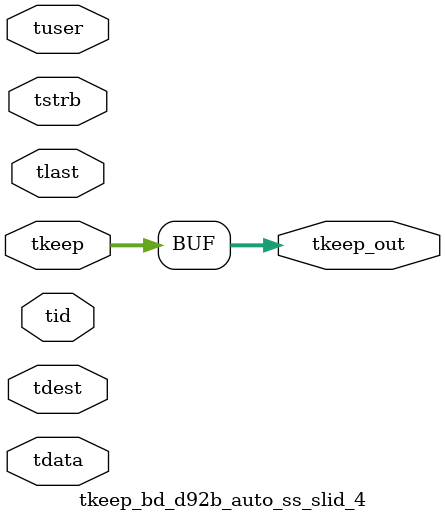
<source format=v>


`timescale 1ps/1ps

module tkeep_bd_d92b_auto_ss_slid_4 #
(
parameter C_S_AXIS_TDATA_WIDTH = 32,
parameter C_S_AXIS_TUSER_WIDTH = 0,
parameter C_S_AXIS_TID_WIDTH   = 0,
parameter C_S_AXIS_TDEST_WIDTH = 0,
parameter C_M_AXIS_TDATA_WIDTH = 32
)
(
input  [(C_S_AXIS_TDATA_WIDTH == 0 ? 1 : C_S_AXIS_TDATA_WIDTH)-1:0     ] tdata,
input  [(C_S_AXIS_TUSER_WIDTH == 0 ? 1 : C_S_AXIS_TUSER_WIDTH)-1:0     ] tuser,
input  [(C_S_AXIS_TID_WIDTH   == 0 ? 1 : C_S_AXIS_TID_WIDTH)-1:0       ] tid,
input  [(C_S_AXIS_TDEST_WIDTH == 0 ? 1 : C_S_AXIS_TDEST_WIDTH)-1:0     ] tdest,
input  [(C_S_AXIS_TDATA_WIDTH/8)-1:0 ] tkeep,
input  [(C_S_AXIS_TDATA_WIDTH/8)-1:0 ] tstrb,
input                                                                    tlast,
output [(C_M_AXIS_TDATA_WIDTH/8)-1:0 ] tkeep_out
);

assign tkeep_out = {tkeep[7:0]};

endmodule


</source>
